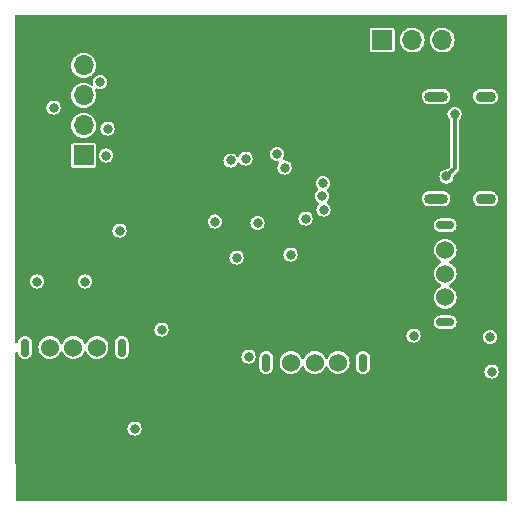
<source format=gbr>
%TF.GenerationSoftware,KiCad,Pcbnew,(6.0.10)*%
%TF.CreationDate,2023-02-27T18:55:57-05:00*%
%TF.ProjectId,ECG_2.0,4543475f-322e-4302-9e6b-696361645f70,rev?*%
%TF.SameCoordinates,Original*%
%TF.FileFunction,Copper,L4,Bot*%
%TF.FilePolarity,Positive*%
%FSLAX46Y46*%
G04 Gerber Fmt 4.6, Leading zero omitted, Abs format (unit mm)*
G04 Created by KiCad (PCBNEW (6.0.10)) date 2023-02-27 18:55:57*
%MOMM*%
%LPD*%
G01*
G04 APERTURE LIST*
%TA.AperFunction,ComponentPad*%
%ADD10R,1.700000X1.700000*%
%TD*%
%TA.AperFunction,ComponentPad*%
%ADD11O,1.700000X1.700000*%
%TD*%
%TA.AperFunction,WasherPad*%
%ADD12O,0.750000X1.550000*%
%TD*%
%TA.AperFunction,ComponentPad*%
%ADD13C,1.524000*%
%TD*%
%TA.AperFunction,WasherPad*%
%ADD14O,1.550000X0.750000*%
%TD*%
%TA.AperFunction,WasherPad*%
%ADD15O,2.000000X0.900000*%
%TD*%
%TA.AperFunction,WasherPad*%
%ADD16O,1.700000X0.900000*%
%TD*%
%TA.AperFunction,ComponentPad*%
%ADD17O,1.700000X0.900000*%
%TD*%
%TA.AperFunction,ViaPad*%
%ADD18C,0.800000*%
%TD*%
%TA.AperFunction,Conductor*%
%ADD19C,0.375000*%
%TD*%
G04 APERTURE END LIST*
D10*
%TO.P,J1,1,Pin_1*%
%TO.N,+LO*%
X219964000Y-86863000D03*
D11*
%TO.P,J1,2,Pin_2*%
%TO.N,-LO*%
X219964000Y-84323000D03*
%TO.P,J1,3,Pin_3*%
%TO.N,Output*%
X219964000Y-81783000D03*
%TO.P,J1,4,Pin_4*%
%TO.N,+3V3*%
X219964000Y-79243000D03*
%TO.P,J1,5,Pin_5*%
%TO.N,GND*%
X219964000Y-76703000D03*
%TD*%
D12*
%TO.P,U7,*%
%TO.N,*%
X235422000Y-104394000D03*
X243622000Y-104394000D03*
D13*
%TO.P,U7,1*%
%TO.N,+4V*%
X237522000Y-104394000D03*
%TO.P,U7,2*%
%TO.N,+BATT*%
X239522000Y-104394000D03*
%TO.P,U7,3*%
%TO.N,unconnected-(U7-Pad3)*%
X241522000Y-104394000D03*
%TD*%
D14*
%TO.P,U5,*%
%TO.N,*%
X250577000Y-100976000D03*
X250577000Y-92776000D03*
D13*
%TO.P,U5,1*%
%TO.N,+5V*%
X250577000Y-98876000D03*
%TO.P,U5,2*%
%TO.N,In_5V*%
X250577000Y-96876000D03*
%TO.P,U5,3*%
%TO.N,unconnected-(U5-Pad3)*%
X250577000Y-94876000D03*
%TD*%
D10*
%TO.P,J2,1,Pin_1*%
%TO.N,+3V3*%
X245247000Y-77089000D03*
D11*
%TO.P,J2,2,Pin_2*%
%TO.N,/TX*%
X247787000Y-77089000D03*
%TO.P,J2,3,Pin_3*%
%TO.N,/RX*%
X250327000Y-77089000D03*
%TO.P,J2,4,Pin_4*%
%TO.N,GND*%
X252867000Y-77089000D03*
%TD*%
D15*
%TO.P,U9,*%
%TO.N,*%
X249825500Y-81880000D03*
X249825500Y-90530000D03*
D16*
X253995500Y-90530000D03*
D17*
%TO.P,U9,17,SHIELD*%
%TO.N,unconnected-(U9-Pad17)*%
X253995500Y-81880000D03*
%TD*%
D12*
%TO.P,U4,*%
%TO.N,*%
X223202000Y-103124000D03*
X215002000Y-103124000D03*
D13*
%TO.P,U4,1*%
%TO.N,+BATT*%
X217102000Y-103124000D03*
%TO.P,U4,2*%
%TO.N,BatO*%
X219102000Y-103124000D03*
%TO.P,U4,3*%
%TO.N,unconnected-(U4-Pad3)*%
X221102000Y-103124000D03*
%TD*%
D18*
%TO.N,+3V3*%
X221363500Y-80642500D03*
X223012000Y-93218000D03*
X220091000Y-97536000D03*
X216027000Y-97536000D03*
X232918000Y-95504000D03*
%TO.N,BTN*%
X231075281Y-92459965D03*
X232410000Y-87288398D03*
%TO.N,+BATT*%
X238760000Y-92202000D03*
X237490000Y-95250000D03*
%TO.N,GND*%
X248158000Y-81026000D03*
X237236000Y-83947000D03*
X244094000Y-106299000D03*
X244221000Y-97282000D03*
X226060000Y-90424000D03*
X225933000Y-75692000D03*
X233680000Y-101600000D03*
X233045000Y-91821000D03*
X218440000Y-89916000D03*
X247634000Y-85852000D03*
X253746000Y-99568000D03*
%TO.N,+5V*%
X240220500Y-89217500D03*
X234696000Y-92583000D03*
X247904000Y-102108000D03*
%TO.N,In_5V*%
X250690000Y-88638000D03*
X251376211Y-83374070D03*
%TO.N,Net-(D1-Pad1)*%
X240157000Y-90297000D03*
X254381000Y-102235000D03*
%TO.N,Net-(D2-Pad1)*%
X254508000Y-105156000D03*
X240279701Y-91444299D03*
%TO.N,+LO*%
X236982000Y-87884000D03*
X221869000Y-86868000D03*
%TO.N,-LO*%
X221996000Y-84582000D03*
X236347000Y-86741000D03*
%TO.N,LED*%
X217424000Y-82804000D03*
X233680000Y-87122000D03*
%TO.N,VSS*%
X233934000Y-103886000D03*
X226568000Y-101600000D03*
X224282000Y-109982000D03*
%TD*%
D19*
%TO.N,In_5V*%
X251376211Y-87951789D02*
X250690000Y-88638000D01*
X251376211Y-83374070D02*
X251376211Y-87951789D01*
%TD*%
%TA.AperFunction,Conductor*%
%TO.N,GND*%
G36*
X255781658Y-74950002D02*
G01*
X255828151Y-75003658D01*
X255839537Y-75055980D01*
X255843287Y-98199284D01*
X255845295Y-110587682D01*
X255846164Y-115951980D01*
X255826173Y-116020104D01*
X255772525Y-116066605D01*
X255720164Y-116078000D01*
X214329534Y-116078000D01*
X214261413Y-116057998D01*
X214214920Y-116004342D01*
X214203534Y-115952233D01*
X214192516Y-109982000D01*
X223676318Y-109982000D01*
X223696956Y-110138762D01*
X223757464Y-110284841D01*
X223853718Y-110410282D01*
X223979159Y-110506536D01*
X224125238Y-110567044D01*
X224282000Y-110587682D01*
X224290188Y-110586604D01*
X224430574Y-110568122D01*
X224438762Y-110567044D01*
X224584841Y-110506536D01*
X224710282Y-110410282D01*
X224806536Y-110284841D01*
X224867044Y-110138762D01*
X224887682Y-109982000D01*
X224867044Y-109825238D01*
X224806536Y-109679159D01*
X224710282Y-109553718D01*
X224584841Y-109457464D01*
X224438762Y-109396956D01*
X224282000Y-109376318D01*
X224125238Y-109396956D01*
X223979159Y-109457464D01*
X223853718Y-109553718D01*
X223757464Y-109679159D01*
X223696956Y-109825238D01*
X223676318Y-109982000D01*
X214192516Y-109982000D01*
X214183012Y-104831720D01*
X234846500Y-104831720D01*
X234861313Y-104944236D01*
X234919302Y-105084233D01*
X235011549Y-105204451D01*
X235131767Y-105296698D01*
X235271764Y-105354687D01*
X235422000Y-105374466D01*
X235430188Y-105373388D01*
X235564048Y-105355765D01*
X235572236Y-105354687D01*
X235712233Y-105296698D01*
X235832451Y-105204451D01*
X235924698Y-105084233D01*
X235982687Y-104944236D01*
X235997500Y-104831720D01*
X235997500Y-104380496D01*
X236554937Y-104380496D01*
X236557460Y-104410536D01*
X236569198Y-104550318D01*
X236570732Y-104568590D01*
X236572431Y-104574515D01*
X236614921Y-104722695D01*
X236622760Y-104750034D01*
X236709040Y-104917917D01*
X236712865Y-104922743D01*
X236712867Y-104922746D01*
X236822456Y-105061014D01*
X236822460Y-105061019D01*
X236826285Y-105065844D01*
X236970030Y-105188180D01*
X236975408Y-105191186D01*
X236975410Y-105191187D01*
X237052415Y-105234223D01*
X237134800Y-105280267D01*
X237314317Y-105338595D01*
X237501745Y-105360945D01*
X237507880Y-105360473D01*
X237507882Y-105360473D01*
X237683803Y-105346937D01*
X237683807Y-105346936D01*
X237689945Y-105346464D01*
X237695877Y-105344808D01*
X237695881Y-105344807D01*
X237865804Y-105297363D01*
X237865808Y-105297362D01*
X237871748Y-105295703D01*
X237951297Y-105255520D01*
X238034728Y-105213377D01*
X238034730Y-105213376D01*
X238040229Y-105210598D01*
X238188970Y-105094388D01*
X238192996Y-105089724D01*
X238192999Y-105089721D01*
X238308278Y-104956169D01*
X238308279Y-104956167D01*
X238312307Y-104951501D01*
X238405542Y-104787378D01*
X238407487Y-104781532D01*
X238407964Y-104780460D01*
X238453944Y-104726365D01*
X238521872Y-104705716D01*
X238590179Y-104725069D01*
X238635136Y-104774115D01*
X238709040Y-104917917D01*
X238712865Y-104922743D01*
X238712867Y-104922746D01*
X238822456Y-105061014D01*
X238822460Y-105061019D01*
X238826285Y-105065844D01*
X238970030Y-105188180D01*
X238975408Y-105191186D01*
X238975410Y-105191187D01*
X239052415Y-105234223D01*
X239134800Y-105280267D01*
X239314317Y-105338595D01*
X239501745Y-105360945D01*
X239507880Y-105360473D01*
X239507882Y-105360473D01*
X239683803Y-105346937D01*
X239683807Y-105346936D01*
X239689945Y-105346464D01*
X239695877Y-105344808D01*
X239695881Y-105344807D01*
X239865804Y-105297363D01*
X239865808Y-105297362D01*
X239871748Y-105295703D01*
X239951297Y-105255520D01*
X240034728Y-105213377D01*
X240034730Y-105213376D01*
X240040229Y-105210598D01*
X240188970Y-105094388D01*
X240192996Y-105089724D01*
X240192999Y-105089721D01*
X240308278Y-104956169D01*
X240308279Y-104956167D01*
X240312307Y-104951501D01*
X240405542Y-104787378D01*
X240407487Y-104781532D01*
X240407964Y-104780460D01*
X240453944Y-104726365D01*
X240521872Y-104705716D01*
X240590179Y-104725069D01*
X240635136Y-104774115D01*
X240709040Y-104917917D01*
X240712865Y-104922743D01*
X240712867Y-104922746D01*
X240822456Y-105061014D01*
X240822460Y-105061019D01*
X240826285Y-105065844D01*
X240970030Y-105188180D01*
X240975408Y-105191186D01*
X240975410Y-105191187D01*
X241052415Y-105234223D01*
X241134800Y-105280267D01*
X241314317Y-105338595D01*
X241501745Y-105360945D01*
X241507880Y-105360473D01*
X241507882Y-105360473D01*
X241683803Y-105346937D01*
X241683807Y-105346936D01*
X241689945Y-105346464D01*
X241695877Y-105344808D01*
X241695881Y-105344807D01*
X241865804Y-105297363D01*
X241865808Y-105297362D01*
X241871748Y-105295703D01*
X241951297Y-105255520D01*
X242034728Y-105213377D01*
X242034730Y-105213376D01*
X242040229Y-105210598D01*
X242188970Y-105094388D01*
X242192996Y-105089724D01*
X242192999Y-105089721D01*
X242308278Y-104956169D01*
X242308279Y-104956167D01*
X242312307Y-104951501D01*
X242380352Y-104831720D01*
X243046500Y-104831720D01*
X243061313Y-104944236D01*
X243119302Y-105084233D01*
X243211549Y-105204451D01*
X243331767Y-105296698D01*
X243471764Y-105354687D01*
X243622000Y-105374466D01*
X243630188Y-105373388D01*
X243764048Y-105355765D01*
X243772236Y-105354687D01*
X243912233Y-105296698D01*
X244032451Y-105204451D01*
X244069629Y-105156000D01*
X253902318Y-105156000D01*
X253922956Y-105312762D01*
X253983464Y-105458841D01*
X254079718Y-105584282D01*
X254205159Y-105680536D01*
X254351238Y-105741044D01*
X254508000Y-105761682D01*
X254516188Y-105760604D01*
X254656574Y-105742122D01*
X254664762Y-105741044D01*
X254810841Y-105680536D01*
X254936282Y-105584282D01*
X255032536Y-105458841D01*
X255093044Y-105312762D01*
X255113682Y-105156000D01*
X255093044Y-104999238D01*
X255032536Y-104853159D01*
X254936282Y-104727718D01*
X254810841Y-104631464D01*
X254664762Y-104570956D01*
X254646791Y-104568590D01*
X254516188Y-104551396D01*
X254508000Y-104550318D01*
X254499812Y-104551396D01*
X254369210Y-104568590D01*
X254351238Y-104570956D01*
X254205159Y-104631464D01*
X254079718Y-104727718D01*
X253983464Y-104853159D01*
X253922956Y-104999238D01*
X253902318Y-105156000D01*
X244069629Y-105156000D01*
X244124698Y-105084233D01*
X244182687Y-104944236D01*
X244197500Y-104831720D01*
X244197500Y-103956280D01*
X244188248Y-103886000D01*
X244183765Y-103851952D01*
X244182687Y-103843764D01*
X244124698Y-103703767D01*
X244032451Y-103583549D01*
X243912233Y-103491302D01*
X243772236Y-103433313D01*
X243622000Y-103413534D01*
X243471764Y-103433313D01*
X243331767Y-103491302D01*
X243211549Y-103583549D01*
X243119302Y-103703767D01*
X243061313Y-103843764D01*
X243060235Y-103851952D01*
X243055753Y-103886000D01*
X243046500Y-103956280D01*
X243046500Y-104831720D01*
X242380352Y-104831720D01*
X242405542Y-104787378D01*
X242465123Y-104608272D01*
X242488780Y-104421005D01*
X242489157Y-104394000D01*
X242470738Y-104206145D01*
X242416181Y-104025445D01*
X242327566Y-103858783D01*
X242208266Y-103712508D01*
X242197700Y-103703767D01*
X242067577Y-103596120D01*
X242067574Y-103596118D01*
X242062827Y-103592191D01*
X241896788Y-103502414D01*
X241716474Y-103446597D01*
X241710356Y-103445954D01*
X241710351Y-103445953D01*
X241534881Y-103427511D01*
X241534879Y-103427511D01*
X241528752Y-103426867D01*
X241423197Y-103436473D01*
X241346914Y-103443415D01*
X241346913Y-103443415D01*
X241340773Y-103443974D01*
X241159697Y-103497268D01*
X241154232Y-103500125D01*
X241028594Y-103565807D01*
X240992420Y-103584718D01*
X240845316Y-103702993D01*
X240723986Y-103847588D01*
X240721016Y-103852991D01*
X240721015Y-103852992D01*
X240679833Y-103927901D01*
X240633052Y-104012996D01*
X240631228Y-104011993D01*
X240592054Y-104059415D01*
X240524423Y-104081016D01*
X240455850Y-104062624D01*
X240410204Y-104014204D01*
X240409029Y-104011993D01*
X240327566Y-103858783D01*
X240208266Y-103712508D01*
X240197700Y-103703767D01*
X240067577Y-103596120D01*
X240067574Y-103596118D01*
X240062827Y-103592191D01*
X239896788Y-103502414D01*
X239716474Y-103446597D01*
X239710356Y-103445954D01*
X239710351Y-103445953D01*
X239534881Y-103427511D01*
X239534879Y-103427511D01*
X239528752Y-103426867D01*
X239423197Y-103436473D01*
X239346914Y-103443415D01*
X239346913Y-103443415D01*
X239340773Y-103443974D01*
X239159697Y-103497268D01*
X239154232Y-103500125D01*
X239028594Y-103565807D01*
X238992420Y-103584718D01*
X238845316Y-103702993D01*
X238723986Y-103847588D01*
X238721016Y-103852991D01*
X238721015Y-103852992D01*
X238679833Y-103927901D01*
X238633052Y-104012996D01*
X238631228Y-104011993D01*
X238592054Y-104059415D01*
X238524423Y-104081016D01*
X238455850Y-104062624D01*
X238410204Y-104014204D01*
X238409029Y-104011993D01*
X238327566Y-103858783D01*
X238208266Y-103712508D01*
X238197700Y-103703767D01*
X238067577Y-103596120D01*
X238067574Y-103596118D01*
X238062827Y-103592191D01*
X237896788Y-103502414D01*
X237716474Y-103446597D01*
X237710356Y-103445954D01*
X237710351Y-103445953D01*
X237534881Y-103427511D01*
X237534879Y-103427511D01*
X237528752Y-103426867D01*
X237423197Y-103436473D01*
X237346914Y-103443415D01*
X237346913Y-103443415D01*
X237340773Y-103443974D01*
X237159697Y-103497268D01*
X237154232Y-103500125D01*
X237028594Y-103565807D01*
X236992420Y-103584718D01*
X236845316Y-103702993D01*
X236723986Y-103847588D01*
X236721016Y-103852991D01*
X236721015Y-103852992D01*
X236674939Y-103936804D01*
X236633052Y-104012996D01*
X236575978Y-104192917D01*
X236575292Y-104199036D01*
X236575291Y-104199039D01*
X236562364Y-104314282D01*
X236554937Y-104380496D01*
X235997500Y-104380496D01*
X235997500Y-103956280D01*
X235988248Y-103886000D01*
X235983765Y-103851952D01*
X235982687Y-103843764D01*
X235924698Y-103703767D01*
X235832451Y-103583549D01*
X235712233Y-103491302D01*
X235572236Y-103433313D01*
X235422000Y-103413534D01*
X235271764Y-103433313D01*
X235131767Y-103491302D01*
X235011549Y-103583549D01*
X234919302Y-103703767D01*
X234861313Y-103843764D01*
X234860235Y-103851952D01*
X234855753Y-103886000D01*
X234846500Y-103956280D01*
X234846500Y-104831720D01*
X214183012Y-104831720D01*
X214180772Y-103617851D01*
X214200649Y-103549693D01*
X214254218Y-103503101D01*
X214324473Y-103492868D01*
X214389109Y-103522241D01*
X214427602Y-103581897D01*
X214431694Y-103601171D01*
X214441313Y-103674236D01*
X214499302Y-103814233D01*
X214591549Y-103934451D01*
X214711767Y-104026698D01*
X214851764Y-104084687D01*
X215002000Y-104104466D01*
X215010188Y-104103388D01*
X215144048Y-104085765D01*
X215152236Y-104084687D01*
X215292233Y-104026698D01*
X215412451Y-103934451D01*
X215504698Y-103814233D01*
X215562687Y-103674236D01*
X215577500Y-103561720D01*
X215577500Y-103110496D01*
X216134937Y-103110496D01*
X216135453Y-103116639D01*
X216149198Y-103280318D01*
X216150732Y-103298590D01*
X216152431Y-103304515D01*
X216194921Y-103452695D01*
X216202760Y-103480034D01*
X216289040Y-103647917D01*
X216292865Y-103652743D01*
X216292867Y-103652746D01*
X216402456Y-103791014D01*
X216402460Y-103791019D01*
X216406285Y-103795844D01*
X216550030Y-103918180D01*
X216555408Y-103921186D01*
X216555410Y-103921187D01*
X216610889Y-103952193D01*
X216714800Y-104010267D01*
X216894317Y-104068595D01*
X217081745Y-104090945D01*
X217087880Y-104090473D01*
X217087882Y-104090473D01*
X217263803Y-104076937D01*
X217263807Y-104076936D01*
X217269945Y-104076464D01*
X217275877Y-104074808D01*
X217275881Y-104074807D01*
X217445804Y-104027363D01*
X217445808Y-104027362D01*
X217451748Y-104025703D01*
X217531297Y-103985520D01*
X217614728Y-103943377D01*
X217614730Y-103943376D01*
X217620229Y-103940598D01*
X217768970Y-103824388D01*
X217772996Y-103819724D01*
X217772999Y-103819721D01*
X217888278Y-103686169D01*
X217888279Y-103686167D01*
X217892307Y-103681501D01*
X217985542Y-103517378D01*
X217987487Y-103511532D01*
X217987964Y-103510460D01*
X218033944Y-103456365D01*
X218101872Y-103435716D01*
X218170179Y-103455069D01*
X218215136Y-103504115D01*
X218289040Y-103647917D01*
X218292865Y-103652743D01*
X218292867Y-103652746D01*
X218402456Y-103791014D01*
X218402460Y-103791019D01*
X218406285Y-103795844D01*
X218550030Y-103918180D01*
X218555408Y-103921186D01*
X218555410Y-103921187D01*
X218610889Y-103952193D01*
X218714800Y-104010267D01*
X218894317Y-104068595D01*
X219081745Y-104090945D01*
X219087880Y-104090473D01*
X219087882Y-104090473D01*
X219263803Y-104076937D01*
X219263807Y-104076936D01*
X219269945Y-104076464D01*
X219275877Y-104074808D01*
X219275881Y-104074807D01*
X219445804Y-104027363D01*
X219445808Y-104027362D01*
X219451748Y-104025703D01*
X219531297Y-103985520D01*
X219614728Y-103943377D01*
X219614730Y-103943376D01*
X219620229Y-103940598D01*
X219768970Y-103824388D01*
X219772996Y-103819724D01*
X219772999Y-103819721D01*
X219888278Y-103686169D01*
X219888279Y-103686167D01*
X219892307Y-103681501D01*
X219985542Y-103517378D01*
X219987487Y-103511532D01*
X219987964Y-103510460D01*
X220033944Y-103456365D01*
X220101872Y-103435716D01*
X220170179Y-103455069D01*
X220215136Y-103504115D01*
X220289040Y-103647917D01*
X220292865Y-103652743D01*
X220292867Y-103652746D01*
X220402456Y-103791014D01*
X220402460Y-103791019D01*
X220406285Y-103795844D01*
X220550030Y-103918180D01*
X220555408Y-103921186D01*
X220555410Y-103921187D01*
X220610889Y-103952193D01*
X220714800Y-104010267D01*
X220894317Y-104068595D01*
X221081745Y-104090945D01*
X221087880Y-104090473D01*
X221087882Y-104090473D01*
X221263803Y-104076937D01*
X221263807Y-104076936D01*
X221269945Y-104076464D01*
X221275877Y-104074808D01*
X221275881Y-104074807D01*
X221445804Y-104027363D01*
X221445808Y-104027362D01*
X221451748Y-104025703D01*
X221531297Y-103985520D01*
X221614728Y-103943377D01*
X221614730Y-103943376D01*
X221620229Y-103940598D01*
X221768970Y-103824388D01*
X221772996Y-103819724D01*
X221772999Y-103819721D01*
X221888278Y-103686169D01*
X221888279Y-103686167D01*
X221892307Y-103681501D01*
X221960352Y-103561720D01*
X222626500Y-103561720D01*
X222641313Y-103674236D01*
X222699302Y-103814233D01*
X222791549Y-103934451D01*
X222911767Y-104026698D01*
X223051764Y-104084687D01*
X223202000Y-104104466D01*
X223210188Y-104103388D01*
X223344048Y-104085765D01*
X223352236Y-104084687D01*
X223492233Y-104026698D01*
X223612451Y-103934451D01*
X223649629Y-103886000D01*
X233328318Y-103886000D01*
X233348956Y-104042762D01*
X233409464Y-104188841D01*
X233505718Y-104314282D01*
X233631159Y-104410536D01*
X233777238Y-104471044D01*
X233934000Y-104491682D01*
X233942188Y-104490604D01*
X234082574Y-104472122D01*
X234090762Y-104471044D01*
X234236841Y-104410536D01*
X234362282Y-104314282D01*
X234458536Y-104188841D01*
X234519044Y-104042762D01*
X234539682Y-103886000D01*
X234519044Y-103729238D01*
X234514093Y-103717284D01*
X234487360Y-103652746D01*
X234458536Y-103583159D01*
X234362282Y-103457718D01*
X234236841Y-103361464D01*
X234090762Y-103300956D01*
X234072791Y-103298590D01*
X233942188Y-103281396D01*
X233934000Y-103280318D01*
X233925812Y-103281396D01*
X233795210Y-103298590D01*
X233777238Y-103300956D01*
X233631159Y-103361464D01*
X233505718Y-103457718D01*
X233409464Y-103583159D01*
X233380640Y-103652746D01*
X233353908Y-103717284D01*
X233348956Y-103729238D01*
X233328318Y-103886000D01*
X223649629Y-103886000D01*
X223704698Y-103814233D01*
X223762687Y-103674236D01*
X223777500Y-103561720D01*
X223777500Y-102686280D01*
X223773611Y-102656736D01*
X223763765Y-102581952D01*
X223762687Y-102573764D01*
X223704698Y-102433767D01*
X223612451Y-102313549D01*
X223492233Y-102221302D01*
X223352236Y-102163313D01*
X223202000Y-102143534D01*
X223051764Y-102163313D01*
X222911767Y-102221302D01*
X222791549Y-102313549D01*
X222699302Y-102433767D01*
X222641313Y-102573764D01*
X222640235Y-102581952D01*
X222630390Y-102656736D01*
X222626500Y-102686280D01*
X222626500Y-103561720D01*
X221960352Y-103561720D01*
X221985542Y-103517378D01*
X222045123Y-103338272D01*
X222068780Y-103151005D01*
X222069157Y-103124000D01*
X222050738Y-102936145D01*
X221996181Y-102755445D01*
X221907566Y-102588783D01*
X221788266Y-102442508D01*
X221777700Y-102433767D01*
X221647577Y-102326120D01*
X221647574Y-102326118D01*
X221642827Y-102322191D01*
X221476788Y-102232414D01*
X221296474Y-102176597D01*
X221290356Y-102175954D01*
X221290351Y-102175953D01*
X221114881Y-102157511D01*
X221114879Y-102157511D01*
X221108752Y-102156867D01*
X221003197Y-102166473D01*
X220926914Y-102173415D01*
X220926913Y-102173415D01*
X220920773Y-102173974D01*
X220739697Y-102227268D01*
X220734232Y-102230125D01*
X220683640Y-102256574D01*
X220572420Y-102314718D01*
X220425316Y-102432993D01*
X220303986Y-102577588D01*
X220213052Y-102742996D01*
X220211228Y-102741993D01*
X220172054Y-102789415D01*
X220104423Y-102811016D01*
X220035850Y-102792624D01*
X219990204Y-102744204D01*
X219989029Y-102741993D01*
X219907566Y-102588783D01*
X219788266Y-102442508D01*
X219777700Y-102433767D01*
X219647577Y-102326120D01*
X219647574Y-102326118D01*
X219642827Y-102322191D01*
X219476788Y-102232414D01*
X219296474Y-102176597D01*
X219290356Y-102175954D01*
X219290351Y-102175953D01*
X219114881Y-102157511D01*
X219114879Y-102157511D01*
X219108752Y-102156867D01*
X219003197Y-102166473D01*
X218926914Y-102173415D01*
X218926913Y-102173415D01*
X218920773Y-102173974D01*
X218739697Y-102227268D01*
X218734232Y-102230125D01*
X218683640Y-102256574D01*
X218572420Y-102314718D01*
X218425316Y-102432993D01*
X218303986Y-102577588D01*
X218213052Y-102742996D01*
X218211228Y-102741993D01*
X218172054Y-102789415D01*
X218104423Y-102811016D01*
X218035850Y-102792624D01*
X217990204Y-102744204D01*
X217989029Y-102741993D01*
X217907566Y-102588783D01*
X217788266Y-102442508D01*
X217777700Y-102433767D01*
X217647577Y-102326120D01*
X217647574Y-102326118D01*
X217642827Y-102322191D01*
X217476788Y-102232414D01*
X217296474Y-102176597D01*
X217290356Y-102175954D01*
X217290351Y-102175953D01*
X217114881Y-102157511D01*
X217114879Y-102157511D01*
X217108752Y-102156867D01*
X217003197Y-102166473D01*
X216926914Y-102173415D01*
X216926913Y-102173415D01*
X216920773Y-102173974D01*
X216739697Y-102227268D01*
X216734232Y-102230125D01*
X216683640Y-102256574D01*
X216572420Y-102314718D01*
X216425316Y-102432993D01*
X216303986Y-102577588D01*
X216301016Y-102582991D01*
X216301015Y-102582992D01*
X216222723Y-102725404D01*
X216213052Y-102742996D01*
X216155978Y-102922917D01*
X216134937Y-103110496D01*
X215577500Y-103110496D01*
X215577500Y-102686280D01*
X215573611Y-102656736D01*
X215563765Y-102581952D01*
X215562687Y-102573764D01*
X215504698Y-102433767D01*
X215412451Y-102313549D01*
X215292233Y-102221302D01*
X215152236Y-102163313D01*
X215002000Y-102143534D01*
X214851764Y-102163313D01*
X214711767Y-102221302D01*
X214591549Y-102313549D01*
X214499302Y-102433767D01*
X214441313Y-102573764D01*
X214440235Y-102581952D01*
X214429897Y-102660477D01*
X214401174Y-102725404D01*
X214341909Y-102764495D01*
X214270918Y-102765340D01*
X214210739Y-102727670D01*
X214180480Y-102663444D01*
X214178975Y-102644263D01*
X214178959Y-102635696D01*
X214177048Y-101600000D01*
X225962318Y-101600000D01*
X225982956Y-101756762D01*
X226043464Y-101902841D01*
X226139718Y-102028282D01*
X226265159Y-102124536D01*
X226411238Y-102185044D01*
X226568000Y-102205682D01*
X226576188Y-102204604D01*
X226716574Y-102186122D01*
X226724762Y-102185044D01*
X226870841Y-102124536D01*
X226892391Y-102108000D01*
X247298318Y-102108000D01*
X247299396Y-102116188D01*
X247313791Y-102225526D01*
X247318956Y-102264762D01*
X247379464Y-102410841D01*
X247475718Y-102536282D01*
X247601159Y-102632536D01*
X247747238Y-102693044D01*
X247904000Y-102713682D01*
X247912188Y-102712604D01*
X248052574Y-102694122D01*
X248060762Y-102693044D01*
X248206841Y-102632536D01*
X248332282Y-102536282D01*
X248428536Y-102410841D01*
X248489044Y-102264762D01*
X248492963Y-102235000D01*
X253775318Y-102235000D01*
X253795956Y-102391762D01*
X253856464Y-102537841D01*
X253952718Y-102663282D01*
X254078159Y-102759536D01*
X254224238Y-102820044D01*
X254381000Y-102840682D01*
X254389188Y-102839604D01*
X254529574Y-102821122D01*
X254537762Y-102820044D01*
X254683841Y-102759536D01*
X254809282Y-102663282D01*
X254905536Y-102537841D01*
X254966044Y-102391762D01*
X254986682Y-102235000D01*
X254966044Y-102078238D01*
X254905536Y-101932159D01*
X254809282Y-101806718D01*
X254683841Y-101710464D01*
X254537762Y-101649956D01*
X254381000Y-101629318D01*
X254224238Y-101649956D01*
X254078159Y-101710464D01*
X253952718Y-101806718D01*
X253856464Y-101932159D01*
X253795956Y-102078238D01*
X253775318Y-102235000D01*
X248492963Y-102235000D01*
X248494210Y-102225526D01*
X248508604Y-102116188D01*
X248509682Y-102108000D01*
X248489044Y-101951238D01*
X248428536Y-101805159D01*
X248332282Y-101679718D01*
X248206841Y-101583464D01*
X248060762Y-101522956D01*
X247904000Y-101502318D01*
X247747238Y-101522956D01*
X247601159Y-101583464D01*
X247475718Y-101679718D01*
X247379464Y-101805159D01*
X247318956Y-101951238D01*
X247298318Y-102108000D01*
X226892391Y-102108000D01*
X226996282Y-102028282D01*
X227092536Y-101902841D01*
X227153044Y-101756762D01*
X227173682Y-101600000D01*
X227153044Y-101443238D01*
X227092536Y-101297159D01*
X226996282Y-101171718D01*
X226870841Y-101075464D01*
X226724762Y-101014956D01*
X226568000Y-100994318D01*
X226411238Y-101014956D01*
X226265159Y-101075464D01*
X226139718Y-101171718D01*
X226043464Y-101297159D01*
X225982956Y-101443238D01*
X225962318Y-101600000D01*
X214177048Y-101600000D01*
X214175896Y-100976000D01*
X249596534Y-100976000D01*
X249616313Y-101126236D01*
X249674302Y-101266233D01*
X249766549Y-101386451D01*
X249886767Y-101478698D01*
X250026764Y-101536687D01*
X250139280Y-101551500D01*
X251014720Y-101551500D01*
X251127236Y-101536687D01*
X251267233Y-101478698D01*
X251387451Y-101386451D01*
X251479698Y-101266233D01*
X251537687Y-101126236D01*
X251557466Y-100976000D01*
X251537687Y-100825764D01*
X251479698Y-100685767D01*
X251387451Y-100565549D01*
X251267233Y-100473302D01*
X251127236Y-100415313D01*
X251014720Y-100400500D01*
X250139280Y-100400500D01*
X250026764Y-100415313D01*
X249886767Y-100473302D01*
X249766549Y-100565549D01*
X249674302Y-100685767D01*
X249616313Y-100825764D01*
X249596534Y-100976000D01*
X214175896Y-100976000D01*
X214171996Y-98862496D01*
X249609937Y-98862496D01*
X249625732Y-99050590D01*
X249677760Y-99232034D01*
X249764040Y-99399917D01*
X249767865Y-99404743D01*
X249767867Y-99404746D01*
X249877456Y-99543014D01*
X249877460Y-99543019D01*
X249881285Y-99547844D01*
X250025030Y-99670180D01*
X250030408Y-99673186D01*
X250030410Y-99673187D01*
X250107415Y-99716223D01*
X250189800Y-99762267D01*
X250369317Y-99820595D01*
X250556745Y-99842945D01*
X250562880Y-99842473D01*
X250562882Y-99842473D01*
X250738803Y-99828937D01*
X250738807Y-99828936D01*
X250744945Y-99828464D01*
X250750877Y-99826808D01*
X250750881Y-99826807D01*
X250920804Y-99779363D01*
X250920808Y-99779362D01*
X250926748Y-99777703D01*
X251006297Y-99737520D01*
X251089728Y-99695377D01*
X251089730Y-99695376D01*
X251095229Y-99692598D01*
X251243970Y-99576388D01*
X251247996Y-99571724D01*
X251247999Y-99571721D01*
X251363278Y-99438169D01*
X251363279Y-99438167D01*
X251367307Y-99433501D01*
X251460542Y-99269378D01*
X251520123Y-99090272D01*
X251543780Y-98903005D01*
X251544157Y-98876000D01*
X251525738Y-98688145D01*
X251471181Y-98507445D01*
X251382566Y-98340783D01*
X251263266Y-98194508D01*
X251257475Y-98189717D01*
X251122577Y-98078120D01*
X251122574Y-98078118D01*
X251117827Y-98074191D01*
X251112407Y-98071261D01*
X251112402Y-98071257D01*
X250954052Y-97985638D01*
X250903643Y-97935643D01*
X250888265Y-97866332D01*
X250912801Y-97799710D01*
X250957170Y-97762336D01*
X251089728Y-97695377D01*
X251089730Y-97695376D01*
X251095229Y-97692598D01*
X251243970Y-97576388D01*
X251247996Y-97571724D01*
X251247999Y-97571721D01*
X251363278Y-97438169D01*
X251363279Y-97438167D01*
X251367307Y-97433501D01*
X251460542Y-97269378D01*
X251520123Y-97090272D01*
X251543780Y-96903005D01*
X251544157Y-96876000D01*
X251525738Y-96688145D01*
X251471181Y-96507445D01*
X251382566Y-96340783D01*
X251263266Y-96194508D01*
X251257475Y-96189717D01*
X251122577Y-96078120D01*
X251122574Y-96078118D01*
X251117827Y-96074191D01*
X251112407Y-96071261D01*
X251112402Y-96071257D01*
X250954052Y-95985638D01*
X250903643Y-95935643D01*
X250888265Y-95866332D01*
X250912801Y-95799710D01*
X250957170Y-95762336D01*
X251089728Y-95695377D01*
X251089730Y-95695376D01*
X251095229Y-95692598D01*
X251243970Y-95576388D01*
X251247996Y-95571724D01*
X251247999Y-95571721D01*
X251363278Y-95438169D01*
X251363279Y-95438167D01*
X251367307Y-95433501D01*
X251460542Y-95269378D01*
X251520123Y-95090272D01*
X251543780Y-94903005D01*
X251544157Y-94876000D01*
X251525738Y-94688145D01*
X251471181Y-94507445D01*
X251382566Y-94340783D01*
X251263266Y-94194508D01*
X251257475Y-94189717D01*
X251122577Y-94078120D01*
X251122574Y-94078118D01*
X251117827Y-94074191D01*
X250951788Y-93984414D01*
X250771474Y-93928597D01*
X250765356Y-93927954D01*
X250765351Y-93927953D01*
X250589881Y-93909511D01*
X250589879Y-93909511D01*
X250583752Y-93908867D01*
X250468125Y-93919390D01*
X250401914Y-93925415D01*
X250401913Y-93925415D01*
X250395773Y-93925974D01*
X250214697Y-93979268D01*
X250047420Y-94066718D01*
X249900316Y-94184993D01*
X249778986Y-94329588D01*
X249688052Y-94494996D01*
X249630978Y-94674917D01*
X249630292Y-94681036D01*
X249630291Y-94681039D01*
X249614511Y-94821718D01*
X249609937Y-94862496D01*
X249625732Y-95050590D01*
X249627431Y-95056515D01*
X249671095Y-95208789D01*
X249677760Y-95232034D01*
X249764040Y-95399917D01*
X249767865Y-95404743D01*
X249767867Y-95404746D01*
X249877456Y-95543014D01*
X249877460Y-95543019D01*
X249881285Y-95547844D01*
X250025030Y-95670180D01*
X250030408Y-95673186D01*
X250030410Y-95673187D01*
X250070115Y-95695377D01*
X250189800Y-95762267D01*
X250190596Y-95762526D01*
X250243597Y-95806946D01*
X250264717Y-95874728D01*
X250245838Y-95943169D01*
X250197110Y-95988462D01*
X250047420Y-96066718D01*
X249900316Y-96184993D01*
X249778986Y-96329588D01*
X249688052Y-96494996D01*
X249630978Y-96674917D01*
X249609937Y-96862496D01*
X249610453Y-96868639D01*
X249622869Y-97016491D01*
X249625732Y-97050590D01*
X249677760Y-97232034D01*
X249693944Y-97263525D01*
X249757621Y-97387426D01*
X249764040Y-97399917D01*
X249767865Y-97404743D01*
X249767867Y-97404746D01*
X249877456Y-97543014D01*
X249877460Y-97543019D01*
X249881285Y-97547844D01*
X250025030Y-97670180D01*
X250030408Y-97673186D01*
X250030410Y-97673187D01*
X250070115Y-97695377D01*
X250189800Y-97762267D01*
X250190596Y-97762526D01*
X250243597Y-97806946D01*
X250264717Y-97874728D01*
X250245838Y-97943169D01*
X250197109Y-97988463D01*
X250053201Y-98063696D01*
X250047420Y-98066718D01*
X249900316Y-98184993D01*
X249778986Y-98329588D01*
X249688052Y-98494996D01*
X249630978Y-98674917D01*
X249609937Y-98862496D01*
X214171996Y-98862496D01*
X214169548Y-97536000D01*
X215421318Y-97536000D01*
X215441956Y-97692762D01*
X215502464Y-97838841D01*
X215598718Y-97964282D01*
X215724159Y-98060536D01*
X215870238Y-98121044D01*
X216027000Y-98141682D01*
X216035188Y-98140604D01*
X216175574Y-98122122D01*
X216183762Y-98121044D01*
X216329841Y-98060536D01*
X216455282Y-97964282D01*
X216551536Y-97838841D01*
X216612044Y-97692762D01*
X216632682Y-97536000D01*
X219485318Y-97536000D01*
X219505956Y-97692762D01*
X219566464Y-97838841D01*
X219662718Y-97964282D01*
X219788159Y-98060536D01*
X219934238Y-98121044D01*
X220091000Y-98141682D01*
X220099188Y-98140604D01*
X220239574Y-98122122D01*
X220247762Y-98121044D01*
X220393841Y-98060536D01*
X220519282Y-97964282D01*
X220615536Y-97838841D01*
X220676044Y-97692762D01*
X220696682Y-97536000D01*
X220676044Y-97379238D01*
X220615536Y-97233159D01*
X220519282Y-97107718D01*
X220393841Y-97011464D01*
X220247762Y-96950956D01*
X220091000Y-96930318D01*
X219934238Y-96950956D01*
X219788159Y-97011464D01*
X219662718Y-97107718D01*
X219566464Y-97233159D01*
X219505956Y-97379238D01*
X219485318Y-97536000D01*
X216632682Y-97536000D01*
X216612044Y-97379238D01*
X216551536Y-97233159D01*
X216455282Y-97107718D01*
X216329841Y-97011464D01*
X216183762Y-96950956D01*
X216027000Y-96930318D01*
X215870238Y-96950956D01*
X215724159Y-97011464D01*
X215598718Y-97107718D01*
X215502464Y-97233159D01*
X215441956Y-97379238D01*
X215421318Y-97536000D01*
X214169548Y-97536000D01*
X214165798Y-95504000D01*
X232312318Y-95504000D01*
X232332956Y-95660762D01*
X232393464Y-95806841D01*
X232489718Y-95932282D01*
X232615159Y-96028536D01*
X232761238Y-96089044D01*
X232918000Y-96109682D01*
X232926188Y-96108604D01*
X233066574Y-96090122D01*
X233074762Y-96089044D01*
X233220841Y-96028536D01*
X233346282Y-95932282D01*
X233442536Y-95806841D01*
X233503044Y-95660762D01*
X233523682Y-95504000D01*
X233503044Y-95347238D01*
X233462767Y-95250000D01*
X236884318Y-95250000D01*
X236885396Y-95258188D01*
X236903334Y-95394438D01*
X236904956Y-95406762D01*
X236965464Y-95552841D01*
X237061718Y-95678282D01*
X237068264Y-95683305D01*
X237080375Y-95692598D01*
X237187159Y-95774536D01*
X237265150Y-95806841D01*
X237317353Y-95828464D01*
X237333238Y-95835044D01*
X237490000Y-95855682D01*
X237498188Y-95854604D01*
X237638574Y-95836122D01*
X237646762Y-95835044D01*
X237662648Y-95828464D01*
X237714850Y-95806841D01*
X237792841Y-95774536D01*
X237899625Y-95692598D01*
X237911736Y-95683305D01*
X237918282Y-95678282D01*
X238014536Y-95552841D01*
X238075044Y-95406762D01*
X238076667Y-95394438D01*
X238094604Y-95258188D01*
X238095682Y-95250000D01*
X238075044Y-95093238D01*
X238014536Y-94947159D01*
X237918282Y-94821718D01*
X237792841Y-94725464D01*
X237665053Y-94672532D01*
X237654391Y-94668116D01*
X237646762Y-94664956D01*
X237490000Y-94644318D01*
X237333238Y-94664956D01*
X237325609Y-94668116D01*
X237314947Y-94672532D01*
X237187159Y-94725464D01*
X237061718Y-94821718D01*
X236965464Y-94947159D01*
X236904956Y-95093238D01*
X236884318Y-95250000D01*
X233462767Y-95250000D01*
X233442536Y-95201159D01*
X233346282Y-95075718D01*
X233220841Y-94979464D01*
X233074762Y-94918956D01*
X232918000Y-94898318D01*
X232761238Y-94918956D01*
X232615159Y-94979464D01*
X232489718Y-95075718D01*
X232393464Y-95201159D01*
X232332956Y-95347238D01*
X232312318Y-95504000D01*
X214165798Y-95504000D01*
X214161580Y-93218000D01*
X222406318Y-93218000D01*
X222407396Y-93226188D01*
X222423894Y-93351500D01*
X222426956Y-93374762D01*
X222487464Y-93520841D01*
X222583718Y-93646282D01*
X222709159Y-93742536D01*
X222855238Y-93803044D01*
X223012000Y-93823682D01*
X223020188Y-93822604D01*
X223160574Y-93804122D01*
X223168762Y-93803044D01*
X223314841Y-93742536D01*
X223440282Y-93646282D01*
X223536536Y-93520841D01*
X223597044Y-93374762D01*
X223600107Y-93351500D01*
X223616604Y-93226188D01*
X223617682Y-93218000D01*
X223597044Y-93061238D01*
X223536536Y-92915159D01*
X223440282Y-92789718D01*
X223314841Y-92693464D01*
X223168762Y-92632956D01*
X223012000Y-92612318D01*
X222855238Y-92632956D01*
X222709159Y-92693464D01*
X222583718Y-92789718D01*
X222487464Y-92915159D01*
X222426956Y-93061238D01*
X222406318Y-93218000D01*
X214161580Y-93218000D01*
X214160181Y-92459965D01*
X230469599Y-92459965D01*
X230490237Y-92616727D01*
X230550745Y-92762806D01*
X230646999Y-92888247D01*
X230772440Y-92984501D01*
X230918519Y-93045009D01*
X231075281Y-93065647D01*
X231083469Y-93064569D01*
X231223855Y-93046087D01*
X231232043Y-93045009D01*
X231378122Y-92984501D01*
X231503563Y-92888247D01*
X231599817Y-92762806D01*
X231660325Y-92616727D01*
X231664765Y-92583000D01*
X234090318Y-92583000D01*
X234110956Y-92739762D01*
X234171464Y-92885841D01*
X234267718Y-93011282D01*
X234393159Y-93107536D01*
X234539238Y-93168044D01*
X234696000Y-93188682D01*
X234704188Y-93187604D01*
X234844574Y-93169122D01*
X234852762Y-93168044D01*
X234998841Y-93107536D01*
X235124282Y-93011282D01*
X235220536Y-92885841D01*
X235281044Y-92739762D01*
X235301682Y-92583000D01*
X235281044Y-92426238D01*
X235220536Y-92280159D01*
X235160563Y-92202000D01*
X238154318Y-92202000D01*
X238174956Y-92358762D01*
X238235464Y-92504841D01*
X238331718Y-92630282D01*
X238457159Y-92726536D01*
X238603238Y-92787044D01*
X238760000Y-92807682D01*
X238768188Y-92806604D01*
X238908574Y-92788122D01*
X238916762Y-92787044D01*
X238943425Y-92776000D01*
X249596534Y-92776000D01*
X249616313Y-92926236D01*
X249674302Y-93066233D01*
X249766549Y-93186451D01*
X249886767Y-93278698D01*
X250026764Y-93336687D01*
X250139280Y-93351500D01*
X251014720Y-93351500D01*
X251127236Y-93336687D01*
X251267233Y-93278698D01*
X251387451Y-93186451D01*
X251479698Y-93066233D01*
X251537687Y-92926236D01*
X251557466Y-92776000D01*
X251537687Y-92625764D01*
X251479698Y-92485767D01*
X251387451Y-92365549D01*
X251267233Y-92273302D01*
X251127236Y-92215313D01*
X251014720Y-92200500D01*
X250139280Y-92200500D01*
X250026764Y-92215313D01*
X249886767Y-92273302D01*
X249766549Y-92365549D01*
X249674302Y-92485767D01*
X249616313Y-92625764D01*
X249596534Y-92776000D01*
X238943425Y-92776000D01*
X239062841Y-92726536D01*
X239188282Y-92630282D01*
X239284536Y-92504841D01*
X239345044Y-92358762D01*
X239365682Y-92202000D01*
X239345044Y-92045238D01*
X239284536Y-91899159D01*
X239188282Y-91773718D01*
X239062841Y-91677464D01*
X238916762Y-91616956D01*
X238760000Y-91596318D01*
X238603238Y-91616956D01*
X238457159Y-91677464D01*
X238331718Y-91773718D01*
X238235464Y-91899159D01*
X238174956Y-92045238D01*
X238154318Y-92202000D01*
X235160563Y-92202000D01*
X235124282Y-92154718D01*
X234998841Y-92058464D01*
X234852762Y-91997956D01*
X234696000Y-91977318D01*
X234539238Y-91997956D01*
X234393159Y-92058464D01*
X234267718Y-92154718D01*
X234171464Y-92280159D01*
X234110956Y-92426238D01*
X234090318Y-92583000D01*
X231664765Y-92583000D01*
X231680963Y-92459965D01*
X231660325Y-92303203D01*
X231599817Y-92157124D01*
X231503563Y-92031683D01*
X231378122Y-91935429D01*
X231232043Y-91874921D01*
X231075281Y-91854283D01*
X230918519Y-91874921D01*
X230772440Y-91935429D01*
X230646999Y-92031683D01*
X230550745Y-92157124D01*
X230490237Y-92303203D01*
X230469599Y-92459965D01*
X214160181Y-92459965D01*
X214156189Y-90297000D01*
X239551318Y-90297000D01*
X239571956Y-90453762D01*
X239632464Y-90599841D01*
X239728718Y-90725282D01*
X239849529Y-90817983D01*
X239891395Y-90875320D01*
X239895617Y-90946191D01*
X239861919Y-91007040D01*
X239857965Y-91010994D01*
X239851419Y-91016017D01*
X239755165Y-91141458D01*
X239694657Y-91287537D01*
X239674019Y-91444299D01*
X239694657Y-91601061D01*
X239755165Y-91747140D01*
X239851419Y-91872581D01*
X239976860Y-91968835D01*
X240122939Y-92029343D01*
X240279701Y-92049981D01*
X240287889Y-92048903D01*
X240428275Y-92030421D01*
X240436463Y-92029343D01*
X240582542Y-91968835D01*
X240707983Y-91872581D01*
X240804237Y-91747140D01*
X240864745Y-91601061D01*
X240885383Y-91444299D01*
X240864745Y-91287537D01*
X240804237Y-91141458D01*
X240707983Y-91016017D01*
X240587172Y-90923316D01*
X240545306Y-90865979D01*
X240541084Y-90795108D01*
X240574782Y-90734259D01*
X240578737Y-90730304D01*
X240585282Y-90725282D01*
X240681536Y-90599841D01*
X240727518Y-90488830D01*
X248621124Y-90488830D01*
X248631444Y-90652860D01*
X248682232Y-90809171D01*
X248770298Y-90947940D01*
X248776077Y-90953367D01*
X248776078Y-90953368D01*
X248867112Y-91038854D01*
X248890107Y-91060448D01*
X248897051Y-91064265D01*
X248897053Y-91064267D01*
X248961886Y-91099909D01*
X249034132Y-91139627D01*
X249041804Y-91141597D01*
X249041807Y-91141598D01*
X249185645Y-91178529D01*
X249185648Y-91178529D01*
X249193323Y-91180500D01*
X250416425Y-91180500D01*
X250474190Y-91173203D01*
X250530693Y-91166065D01*
X250530696Y-91166064D01*
X250538558Y-91165071D01*
X250545925Y-91162154D01*
X250545926Y-91162154D01*
X250597844Y-91141598D01*
X250691371Y-91104568D01*
X250824337Y-91007963D01*
X250929100Y-90881326D01*
X250999079Y-90732613D01*
X251000564Y-90724830D01*
X251000565Y-90724826D01*
X251028391Y-90578956D01*
X251028391Y-90578954D01*
X251029876Y-90571170D01*
X251024696Y-90488830D01*
X252941124Y-90488830D01*
X252951444Y-90652860D01*
X253002232Y-90809171D01*
X253090298Y-90947940D01*
X253096077Y-90953367D01*
X253096078Y-90953368D01*
X253187112Y-91038854D01*
X253210107Y-91060448D01*
X253217051Y-91064265D01*
X253217053Y-91064267D01*
X253281886Y-91099909D01*
X253354132Y-91139627D01*
X253361804Y-91141597D01*
X253361807Y-91141598D01*
X253505645Y-91178529D01*
X253505648Y-91178529D01*
X253513323Y-91180500D01*
X254436425Y-91180500D01*
X254494190Y-91173203D01*
X254550693Y-91166065D01*
X254550696Y-91166064D01*
X254558558Y-91165071D01*
X254565925Y-91162154D01*
X254565926Y-91162154D01*
X254617844Y-91141598D01*
X254711371Y-91104568D01*
X254844337Y-91007963D01*
X254949100Y-90881326D01*
X255019079Y-90732613D01*
X255020564Y-90724830D01*
X255020565Y-90724826D01*
X255048391Y-90578956D01*
X255048391Y-90578954D01*
X255049876Y-90571170D01*
X255039556Y-90407140D01*
X254988768Y-90250829D01*
X254900702Y-90112060D01*
X254780893Y-89999552D01*
X254773949Y-89995735D01*
X254773947Y-89995733D01*
X254695334Y-89952515D01*
X254636868Y-89920373D01*
X254629196Y-89918403D01*
X254629193Y-89918402D01*
X254485355Y-89881471D01*
X254485352Y-89881471D01*
X254477677Y-89879500D01*
X253554575Y-89879500D01*
X253496810Y-89886797D01*
X253440307Y-89893935D01*
X253440304Y-89893936D01*
X253432442Y-89894929D01*
X253425075Y-89897846D01*
X253425074Y-89897846D01*
X253390367Y-89911588D01*
X253279629Y-89955432D01*
X253273218Y-89960090D01*
X253273216Y-89960091D01*
X253224159Y-89995733D01*
X253146663Y-90052037D01*
X253041900Y-90178674D01*
X252971921Y-90327387D01*
X252970436Y-90335170D01*
X252970435Y-90335174D01*
X252946358Y-90461391D01*
X252941124Y-90488830D01*
X251024696Y-90488830D01*
X251019556Y-90407140D01*
X250968768Y-90250829D01*
X250880702Y-90112060D01*
X250760893Y-89999552D01*
X250753949Y-89995735D01*
X250753947Y-89995733D01*
X250675334Y-89952515D01*
X250616868Y-89920373D01*
X250609196Y-89918403D01*
X250609193Y-89918402D01*
X250465355Y-89881471D01*
X250465352Y-89881471D01*
X250457677Y-89879500D01*
X249234575Y-89879500D01*
X249176810Y-89886797D01*
X249120307Y-89893935D01*
X249120304Y-89893936D01*
X249112442Y-89894929D01*
X249105075Y-89897846D01*
X249105074Y-89897846D01*
X249070367Y-89911588D01*
X248959629Y-89955432D01*
X248953218Y-89960090D01*
X248953216Y-89960091D01*
X248904159Y-89995733D01*
X248826663Y-90052037D01*
X248721900Y-90178674D01*
X248651921Y-90327387D01*
X248650436Y-90335170D01*
X248650435Y-90335174D01*
X248626358Y-90461391D01*
X248621124Y-90488830D01*
X240727518Y-90488830D01*
X240742044Y-90453762D01*
X240762682Y-90297000D01*
X240742044Y-90140238D01*
X240681536Y-89994159D01*
X240585282Y-89868718D01*
X240585387Y-89868638D01*
X240553415Y-89810088D01*
X240558480Y-89739273D01*
X240599833Y-89683342D01*
X240642233Y-89650808D01*
X240642236Y-89650805D01*
X240648782Y-89645782D01*
X240745036Y-89520341D01*
X240805544Y-89374262D01*
X240826182Y-89217500D01*
X240805544Y-89060738D01*
X240745036Y-88914659D01*
X240648782Y-88789218D01*
X240523341Y-88692964D01*
X240390646Y-88638000D01*
X250084318Y-88638000D01*
X250104956Y-88794762D01*
X250165464Y-88940841D01*
X250261718Y-89066282D01*
X250387159Y-89162536D01*
X250533238Y-89223044D01*
X250690000Y-89243682D01*
X250698188Y-89242604D01*
X250838574Y-89224122D01*
X250846762Y-89223044D01*
X250992841Y-89162536D01*
X251118282Y-89066282D01*
X251214536Y-88940841D01*
X251275044Y-88794762D01*
X251295682Y-88638000D01*
X251295012Y-88632911D01*
X251314606Y-88566180D01*
X251331509Y-88545206D01*
X251672159Y-88204556D01*
X251672162Y-88204552D01*
X251694022Y-88182692D01*
X251698521Y-88173862D01*
X251698524Y-88173858D01*
X251703556Y-88163981D01*
X251713887Y-88147122D01*
X251720401Y-88138157D01*
X251720403Y-88138154D01*
X251726230Y-88130133D01*
X251732114Y-88112023D01*
X251732718Y-88110164D01*
X251740286Y-88091894D01*
X251745319Y-88082016D01*
X251745320Y-88082014D01*
X251749820Y-88073182D01*
X251751371Y-88063392D01*
X251751372Y-88063388D01*
X251753108Y-88052430D01*
X251757721Y-88033215D01*
X251764210Y-88013242D01*
X251764210Y-87982328D01*
X251764211Y-87982322D01*
X251764211Y-83893300D01*
X251784213Y-83825179D01*
X251799556Y-83806140D01*
X251804493Y-83802352D01*
X251900747Y-83676911D01*
X251961255Y-83530832D01*
X251981893Y-83374070D01*
X251961255Y-83217308D01*
X251900747Y-83071229D01*
X251804493Y-82945788D01*
X251679052Y-82849534D01*
X251532973Y-82789026D01*
X251376211Y-82768388D01*
X251219449Y-82789026D01*
X251073370Y-82849534D01*
X250947929Y-82945788D01*
X250851675Y-83071229D01*
X250791167Y-83217308D01*
X250770529Y-83374070D01*
X250791167Y-83530832D01*
X250851675Y-83676911D01*
X250947929Y-83802352D01*
X250951999Y-83805475D01*
X250985331Y-83866512D01*
X250988211Y-83893300D01*
X250988211Y-87738884D01*
X250968209Y-87807005D01*
X250951306Y-87827979D01*
X250782794Y-87996491D01*
X250720482Y-88030517D01*
X250696171Y-88033130D01*
X250690000Y-88032318D01*
X250533238Y-88052956D01*
X250387159Y-88113464D01*
X250343295Y-88147122D01*
X250282995Y-88193392D01*
X250261718Y-88209718D01*
X250165464Y-88335159D01*
X250104956Y-88481238D01*
X250084318Y-88638000D01*
X240390646Y-88638000D01*
X240377262Y-88632456D01*
X240220500Y-88611818D01*
X240063738Y-88632456D01*
X239917659Y-88692964D01*
X239792218Y-88789218D01*
X239695964Y-88914659D01*
X239635456Y-89060738D01*
X239614818Y-89217500D01*
X239635456Y-89374262D01*
X239695964Y-89520341D01*
X239791703Y-89645110D01*
X239791703Y-89645111D01*
X239792218Y-89645782D01*
X239792113Y-89645862D01*
X239824085Y-89704412D01*
X239819020Y-89775227D01*
X239777667Y-89831158D01*
X239735267Y-89863692D01*
X239735264Y-89863695D01*
X239728718Y-89868718D01*
X239632464Y-89994159D01*
X239571956Y-90140238D01*
X239551318Y-90297000D01*
X214156189Y-90297000D01*
X214151457Y-87732748D01*
X218913500Y-87732748D01*
X218925133Y-87791231D01*
X218969448Y-87857552D01*
X219035769Y-87901867D01*
X219047938Y-87904288D01*
X219047939Y-87904288D01*
X219088184Y-87912293D01*
X219094252Y-87913500D01*
X220833748Y-87913500D01*
X220839816Y-87912293D01*
X220880061Y-87904288D01*
X220880062Y-87904288D01*
X220892231Y-87901867D01*
X220958552Y-87857552D01*
X221002867Y-87791231D01*
X221014500Y-87732748D01*
X221014500Y-86900428D01*
X221023298Y-86870466D01*
X221019958Y-86863376D01*
X221260397Y-86863376D01*
X221261396Y-86864930D01*
X221265422Y-86883982D01*
X221279799Y-86993187D01*
X221283956Y-87024762D01*
X221344464Y-87170841D01*
X221349491Y-87177392D01*
X221428386Y-87280210D01*
X221440718Y-87296282D01*
X221566159Y-87392536D01*
X221712238Y-87453044D01*
X221869000Y-87473682D01*
X221877188Y-87472604D01*
X222017574Y-87454122D01*
X222025762Y-87453044D01*
X222171841Y-87392536D01*
X222297282Y-87296282D01*
X222303332Y-87288398D01*
X231804318Y-87288398D01*
X231824956Y-87445160D01*
X231885464Y-87591239D01*
X231981718Y-87716680D01*
X232107159Y-87812934D01*
X232253238Y-87873442D01*
X232410000Y-87894080D01*
X232418188Y-87893002D01*
X232558574Y-87874520D01*
X232566762Y-87873442D01*
X232712841Y-87812934D01*
X232838282Y-87716680D01*
X232934536Y-87591239D01*
X232973232Y-87497819D01*
X233017781Y-87442538D01*
X233085144Y-87420117D01*
X233153935Y-87437675D01*
X233189603Y-87469332D01*
X233251718Y-87550282D01*
X233377159Y-87646536D01*
X233523238Y-87707044D01*
X233680000Y-87727682D01*
X233688188Y-87726604D01*
X233828574Y-87708122D01*
X233836762Y-87707044D01*
X233982841Y-87646536D01*
X234108282Y-87550282D01*
X234204536Y-87424841D01*
X234265044Y-87278762D01*
X234285682Y-87122000D01*
X234265044Y-86965238D01*
X234204536Y-86819159D01*
X234144563Y-86741000D01*
X235741318Y-86741000D01*
X235761956Y-86897762D01*
X235822464Y-87043841D01*
X235918718Y-87169282D01*
X236044159Y-87265536D01*
X236190238Y-87326044D01*
X236347000Y-87346682D01*
X236368427Y-87343861D01*
X236438575Y-87354800D01*
X236491674Y-87401928D01*
X236510864Y-87470282D01*
X236490053Y-87538160D01*
X236484836Y-87545487D01*
X236457464Y-87581159D01*
X236396956Y-87727238D01*
X236376318Y-87884000D01*
X236396956Y-88040762D01*
X236457464Y-88186841D01*
X236553718Y-88312282D01*
X236560264Y-88317305D01*
X236583532Y-88335159D01*
X236679159Y-88408536D01*
X236825238Y-88469044D01*
X236982000Y-88489682D01*
X236990188Y-88488604D01*
X237130574Y-88470122D01*
X237138762Y-88469044D01*
X237284841Y-88408536D01*
X237380468Y-88335159D01*
X237403736Y-88317305D01*
X237410282Y-88312282D01*
X237506536Y-88186841D01*
X237567044Y-88040762D01*
X237587682Y-87884000D01*
X237567044Y-87727238D01*
X237506536Y-87581159D01*
X237410282Y-87455718D01*
X237393106Y-87442538D01*
X237340181Y-87401928D01*
X237284841Y-87359464D01*
X237138762Y-87298956D01*
X236982000Y-87278318D01*
X236960573Y-87281139D01*
X236890425Y-87270200D01*
X236837326Y-87223072D01*
X236818136Y-87154718D01*
X236838947Y-87086840D01*
X236844164Y-87079513D01*
X236866509Y-87050392D01*
X236871536Y-87043841D01*
X236932044Y-86897762D01*
X236952682Y-86741000D01*
X236932044Y-86584238D01*
X236871536Y-86438159D01*
X236775282Y-86312718D01*
X236649841Y-86216464D01*
X236503762Y-86155956D01*
X236347000Y-86135318D01*
X236190238Y-86155956D01*
X236044159Y-86216464D01*
X235918718Y-86312718D01*
X235822464Y-86438159D01*
X235761956Y-86584238D01*
X235741318Y-86741000D01*
X234144563Y-86741000D01*
X234108282Y-86693718D01*
X233982841Y-86597464D01*
X233836762Y-86536956D01*
X233680000Y-86516318D01*
X233523238Y-86536956D01*
X233377159Y-86597464D01*
X233251718Y-86693718D01*
X233155464Y-86819159D01*
X233134212Y-86870466D01*
X233116768Y-86912579D01*
X233072219Y-86967860D01*
X233004856Y-86990281D01*
X232936065Y-86972723D01*
X232900396Y-86941065D01*
X232843305Y-86866662D01*
X232838282Y-86860116D01*
X232827729Y-86852018D01*
X232719392Y-86768889D01*
X232712841Y-86763862D01*
X232566762Y-86703354D01*
X232410000Y-86682716D01*
X232253238Y-86703354D01*
X232107159Y-86763862D01*
X232100608Y-86768889D01*
X231992272Y-86852018D01*
X231981718Y-86860116D01*
X231976695Y-86866662D01*
X231963405Y-86883982D01*
X231885464Y-86985557D01*
X231824956Y-87131636D01*
X231804318Y-87288398D01*
X222303332Y-87288398D01*
X222309615Y-87280210D01*
X222388509Y-87177392D01*
X222393536Y-87170841D01*
X222454044Y-87024762D01*
X222458584Y-86990281D01*
X222473604Y-86876188D01*
X222474682Y-86868000D01*
X222454044Y-86711238D01*
X222393536Y-86565159D01*
X222297282Y-86439718D01*
X222171841Y-86343464D01*
X222025762Y-86282956D01*
X221869000Y-86262318D01*
X221712238Y-86282956D01*
X221566159Y-86343464D01*
X221440718Y-86439718D01*
X221344464Y-86565159D01*
X221283956Y-86711238D01*
X221282878Y-86719426D01*
X221265422Y-86852018D01*
X221260397Y-86863376D01*
X221019958Y-86863376D01*
X221016005Y-86854987D01*
X221014500Y-86835572D01*
X221014500Y-85993252D01*
X221002867Y-85934769D01*
X220958552Y-85868448D01*
X220892231Y-85824133D01*
X220880062Y-85821712D01*
X220880061Y-85821712D01*
X220839816Y-85813707D01*
X220833748Y-85812500D01*
X219094252Y-85812500D01*
X219088184Y-85813707D01*
X219047939Y-85821712D01*
X219047938Y-85821712D01*
X219035769Y-85824133D01*
X218969448Y-85868448D01*
X218925133Y-85934769D01*
X218913500Y-85993252D01*
X218913500Y-87732748D01*
X214151457Y-87732748D01*
X214145138Y-84308262D01*
X218908520Y-84308262D01*
X218925759Y-84513553D01*
X218982544Y-84711586D01*
X218985359Y-84717063D01*
X218985360Y-84717066D01*
X219073897Y-84889341D01*
X219076712Y-84894818D01*
X219204677Y-85056270D01*
X219361564Y-85189791D01*
X219541398Y-85290297D01*
X219636238Y-85321113D01*
X219731471Y-85352056D01*
X219731475Y-85352057D01*
X219737329Y-85353959D01*
X219941894Y-85378351D01*
X219948029Y-85377879D01*
X219948031Y-85377879D01*
X220004039Y-85373569D01*
X220147300Y-85362546D01*
X220153230Y-85360890D01*
X220153232Y-85360890D01*
X220339797Y-85308800D01*
X220339796Y-85308800D01*
X220345725Y-85307145D01*
X220351214Y-85304372D01*
X220351220Y-85304370D01*
X220524116Y-85217033D01*
X220529610Y-85214258D01*
X220590042Y-85167044D01*
X220663444Y-85109696D01*
X220691951Y-85087424D01*
X220826564Y-84931472D01*
X220847387Y-84894818D01*
X220925276Y-84757707D01*
X220928323Y-84752344D01*
X220984989Y-84582000D01*
X221390318Y-84582000D01*
X221410956Y-84738762D01*
X221471464Y-84884841D01*
X221567718Y-85010282D01*
X221693159Y-85106536D01*
X221839238Y-85167044D01*
X221996000Y-85187682D01*
X222004188Y-85186604D01*
X222144574Y-85168122D01*
X222152762Y-85167044D01*
X222298841Y-85106536D01*
X222424282Y-85010282D01*
X222520536Y-84884841D01*
X222581044Y-84738762D01*
X222601682Y-84582000D01*
X222581044Y-84425238D01*
X222520536Y-84279159D01*
X222424282Y-84153718D01*
X222298841Y-84057464D01*
X222152762Y-83996956D01*
X221996000Y-83976318D01*
X221839238Y-83996956D01*
X221693159Y-84057464D01*
X221567718Y-84153718D01*
X221471464Y-84279159D01*
X221410956Y-84425238D01*
X221390318Y-84582000D01*
X220984989Y-84582000D01*
X220993351Y-84556863D01*
X221019171Y-84352474D01*
X221019583Y-84323000D01*
X220999480Y-84117970D01*
X220939935Y-83920749D01*
X220843218Y-83738849D01*
X220769859Y-83648902D01*
X220716906Y-83583975D01*
X220716903Y-83583972D01*
X220713011Y-83579200D01*
X220695786Y-83564950D01*
X220559025Y-83451811D01*
X220559021Y-83451809D01*
X220554275Y-83447882D01*
X220373055Y-83349897D01*
X220176254Y-83288977D01*
X220170129Y-83288333D01*
X220170128Y-83288333D01*
X219977498Y-83268087D01*
X219977496Y-83268087D01*
X219971369Y-83267443D01*
X219884529Y-83275346D01*
X219772342Y-83285555D01*
X219772339Y-83285556D01*
X219766203Y-83286114D01*
X219568572Y-83344280D01*
X219386002Y-83439726D01*
X219381201Y-83443586D01*
X219381198Y-83443588D01*
X219263200Y-83538461D01*
X219225447Y-83568815D01*
X219093024Y-83726630D01*
X219090056Y-83732028D01*
X219090053Y-83732033D01*
X219050379Y-83804201D01*
X218993776Y-83907162D01*
X218931484Y-84103532D01*
X218930798Y-84109649D01*
X218930797Y-84109653D01*
X218912519Y-84272608D01*
X218908520Y-84308262D01*
X214145138Y-84308262D01*
X214142362Y-82804000D01*
X216818318Y-82804000D01*
X216838956Y-82960762D01*
X216899464Y-83106841D01*
X216995718Y-83232282D01*
X217121159Y-83328536D01*
X217267238Y-83389044D01*
X217424000Y-83409682D01*
X217432188Y-83408604D01*
X217572574Y-83390122D01*
X217580762Y-83389044D01*
X217726841Y-83328536D01*
X217852282Y-83232282D01*
X217948536Y-83106841D01*
X218009044Y-82960762D01*
X218029682Y-82804000D01*
X218009044Y-82647238D01*
X217948536Y-82501159D01*
X217852282Y-82375718D01*
X217726841Y-82279464D01*
X217580762Y-82218956D01*
X217424000Y-82198318D01*
X217267238Y-82218956D01*
X217121159Y-82279464D01*
X216995718Y-82375718D01*
X216899464Y-82501159D01*
X216838956Y-82647238D01*
X216818318Y-82804000D01*
X214142362Y-82804000D01*
X214140451Y-81768262D01*
X218908520Y-81768262D01*
X218925759Y-81973553D01*
X218927458Y-81979478D01*
X218954799Y-82074826D01*
X218982544Y-82171586D01*
X218985359Y-82177063D01*
X218985360Y-82177066D01*
X219047481Y-82297940D01*
X219076712Y-82354818D01*
X219204677Y-82516270D01*
X219361564Y-82649791D01*
X219366942Y-82652797D01*
X219366944Y-82652798D01*
X219398563Y-82670469D01*
X219541398Y-82750297D01*
X219600394Y-82769466D01*
X219731471Y-82812056D01*
X219731475Y-82812057D01*
X219737329Y-82813959D01*
X219941894Y-82838351D01*
X219948029Y-82837879D01*
X219948031Y-82837879D01*
X220004039Y-82833569D01*
X220147300Y-82822546D01*
X220153230Y-82820890D01*
X220153232Y-82820890D01*
X220339797Y-82768800D01*
X220339796Y-82768800D01*
X220345725Y-82767145D01*
X220351214Y-82764372D01*
X220351220Y-82764370D01*
X220524116Y-82677033D01*
X220529610Y-82674258D01*
X220691951Y-82547424D01*
X220706560Y-82530500D01*
X220822540Y-82396134D01*
X220822540Y-82396133D01*
X220826564Y-82391472D01*
X220847387Y-82354818D01*
X220879698Y-82297940D01*
X220928323Y-82212344D01*
X220993351Y-82016863D01*
X221015842Y-81838830D01*
X248621124Y-81838830D01*
X248631444Y-82002860D01*
X248633893Y-82010396D01*
X248633893Y-82010398D01*
X248635994Y-82016863D01*
X248682232Y-82159171D01*
X248770298Y-82297940D01*
X248776077Y-82303367D01*
X248776078Y-82303368D01*
X248827711Y-82351854D01*
X248890107Y-82410448D01*
X248897051Y-82414265D01*
X248897053Y-82414267D01*
X248961886Y-82449909D01*
X249034132Y-82489627D01*
X249041804Y-82491597D01*
X249041807Y-82491598D01*
X249185645Y-82528529D01*
X249185648Y-82528529D01*
X249193323Y-82530500D01*
X250416425Y-82530500D01*
X250474190Y-82523203D01*
X250530693Y-82516065D01*
X250530696Y-82516064D01*
X250538558Y-82515071D01*
X250545925Y-82512154D01*
X250545926Y-82512154D01*
X250580633Y-82498412D01*
X250691371Y-82454568D01*
X250824337Y-82357963D01*
X250929100Y-82231326D01*
X250940787Y-82206491D01*
X250957211Y-82171586D01*
X250999079Y-82082613D01*
X251000564Y-82074830D01*
X251000565Y-82074826D01*
X251028391Y-81928956D01*
X251028391Y-81928954D01*
X251029876Y-81921170D01*
X251024696Y-81838830D01*
X252941124Y-81838830D01*
X252951444Y-82002860D01*
X252953893Y-82010396D01*
X252953893Y-82010398D01*
X252955994Y-82016863D01*
X253002232Y-82159171D01*
X253090298Y-82297940D01*
X253096077Y-82303367D01*
X253096078Y-82303368D01*
X253147711Y-82351854D01*
X253210107Y-82410448D01*
X253217051Y-82414265D01*
X253217053Y-82414267D01*
X253281886Y-82449909D01*
X253354132Y-82489627D01*
X253361804Y-82491597D01*
X253361807Y-82491598D01*
X253505645Y-82528529D01*
X253505648Y-82528529D01*
X253513323Y-82530500D01*
X254436425Y-82530500D01*
X254494190Y-82523203D01*
X254550693Y-82516065D01*
X254550696Y-82516064D01*
X254558558Y-82515071D01*
X254565925Y-82512154D01*
X254565926Y-82512154D01*
X254600633Y-82498412D01*
X254711371Y-82454568D01*
X254844337Y-82357963D01*
X254949100Y-82231326D01*
X254960787Y-82206491D01*
X254977211Y-82171586D01*
X255019079Y-82082613D01*
X255020564Y-82074830D01*
X255020565Y-82074826D01*
X255048391Y-81928956D01*
X255048391Y-81928954D01*
X255049876Y-81921170D01*
X255041183Y-81783000D01*
X255040054Y-81765051D01*
X255040054Y-81765049D01*
X255039556Y-81757140D01*
X254988768Y-81600829D01*
X254900702Y-81462060D01*
X254780893Y-81349552D01*
X254773949Y-81345735D01*
X254773947Y-81345733D01*
X254659598Y-81282869D01*
X254636868Y-81270373D01*
X254629196Y-81268403D01*
X254629193Y-81268402D01*
X254485355Y-81231471D01*
X254485352Y-81231471D01*
X254477677Y-81229500D01*
X253554575Y-81229500D01*
X253496810Y-81236797D01*
X253440307Y-81243935D01*
X253440304Y-81243936D01*
X253432442Y-81244929D01*
X253425075Y-81247846D01*
X253425074Y-81247846D01*
X253390367Y-81261588D01*
X253279629Y-81305432D01*
X253273218Y-81310090D01*
X253273216Y-81310091D01*
X253186581Y-81373035D01*
X253146663Y-81402037D01*
X253041900Y-81528674D01*
X252971921Y-81677387D01*
X252970436Y-81685170D01*
X252970435Y-81685174D01*
X252945483Y-81815978D01*
X252941124Y-81838830D01*
X251024696Y-81838830D01*
X251021183Y-81783000D01*
X251020054Y-81765051D01*
X251020054Y-81765049D01*
X251019556Y-81757140D01*
X250968768Y-81600829D01*
X250880702Y-81462060D01*
X250760893Y-81349552D01*
X250753949Y-81345735D01*
X250753947Y-81345733D01*
X250639598Y-81282869D01*
X250616868Y-81270373D01*
X250609196Y-81268403D01*
X250609193Y-81268402D01*
X250465355Y-81231471D01*
X250465352Y-81231471D01*
X250457677Y-81229500D01*
X249234575Y-81229500D01*
X249176810Y-81236797D01*
X249120307Y-81243935D01*
X249120304Y-81243936D01*
X249112442Y-81244929D01*
X249105075Y-81247846D01*
X249105074Y-81247846D01*
X249070367Y-81261588D01*
X248959629Y-81305432D01*
X248953218Y-81310090D01*
X248953216Y-81310091D01*
X248866581Y-81373035D01*
X248826663Y-81402037D01*
X248721900Y-81528674D01*
X248651921Y-81677387D01*
X248650436Y-81685170D01*
X248650435Y-81685174D01*
X248625483Y-81815978D01*
X248621124Y-81838830D01*
X221015842Y-81838830D01*
X221019171Y-81812474D01*
X221019583Y-81783000D01*
X220999480Y-81577970D01*
X220939935Y-81380749D01*
X220937046Y-81375315D01*
X220937042Y-81375306D01*
X220924865Y-81352406D01*
X220910545Y-81282869D01*
X220936092Y-81216628D01*
X220993397Y-81174715D01*
X221064264Y-81170436D01*
X221084334Y-81176843D01*
X221199108Y-81224384D01*
X221199111Y-81224385D01*
X221206738Y-81227544D01*
X221214926Y-81228622D01*
X221285119Y-81237863D01*
X221363500Y-81248182D01*
X221371688Y-81247104D01*
X221512074Y-81228622D01*
X221520262Y-81227544D01*
X221666341Y-81167036D01*
X221791782Y-81070782D01*
X221888036Y-80945341D01*
X221948544Y-80799262D01*
X221969182Y-80642500D01*
X221948544Y-80485738D01*
X221888036Y-80339659D01*
X221791782Y-80214218D01*
X221666341Y-80117964D01*
X221520262Y-80057456D01*
X221363500Y-80036818D01*
X221206738Y-80057456D01*
X221060659Y-80117964D01*
X220935218Y-80214218D01*
X220838964Y-80339659D01*
X220778456Y-80485738D01*
X220757818Y-80642500D01*
X220778456Y-80799262D01*
X220778867Y-80800253D01*
X220777254Y-80867902D01*
X220737458Y-80926696D01*
X220672193Y-80954642D01*
X220602180Y-80942867D01*
X220576923Y-80926618D01*
X220559025Y-80911811D01*
X220559021Y-80911809D01*
X220554275Y-80907882D01*
X220373055Y-80809897D01*
X220176254Y-80748977D01*
X220170129Y-80748333D01*
X220170128Y-80748333D01*
X219977498Y-80728087D01*
X219977496Y-80728087D01*
X219971369Y-80727443D01*
X219884529Y-80735346D01*
X219772342Y-80745555D01*
X219772339Y-80745556D01*
X219766203Y-80746114D01*
X219568572Y-80804280D01*
X219386002Y-80899726D01*
X219381201Y-80903586D01*
X219381198Y-80903588D01*
X219338758Y-80937711D01*
X219225447Y-81028815D01*
X219093024Y-81186630D01*
X219090056Y-81192028D01*
X219090053Y-81192033D01*
X219046986Y-81270373D01*
X218993776Y-81367162D01*
X218931484Y-81563532D01*
X218930798Y-81569649D01*
X218930797Y-81569653D01*
X218909207Y-81762137D01*
X218908520Y-81768262D01*
X214140451Y-81768262D01*
X214135763Y-79228262D01*
X218908520Y-79228262D01*
X218925759Y-79433553D01*
X218982544Y-79631586D01*
X218985359Y-79637063D01*
X218985360Y-79637066D01*
X219006247Y-79677707D01*
X219076712Y-79814818D01*
X219204677Y-79976270D01*
X219361564Y-80109791D01*
X219366942Y-80112797D01*
X219366944Y-80112798D01*
X219398563Y-80130469D01*
X219541398Y-80210297D01*
X219636238Y-80241113D01*
X219731471Y-80272056D01*
X219731475Y-80272057D01*
X219737329Y-80273959D01*
X219941894Y-80298351D01*
X219948029Y-80297879D01*
X219948031Y-80297879D01*
X220004039Y-80293569D01*
X220147300Y-80282546D01*
X220153230Y-80280890D01*
X220153232Y-80280890D01*
X220339797Y-80228800D01*
X220339796Y-80228800D01*
X220345725Y-80227145D01*
X220351214Y-80224372D01*
X220351220Y-80224370D01*
X220524116Y-80137033D01*
X220529610Y-80134258D01*
X220550466Y-80117964D01*
X220687101Y-80011213D01*
X220691951Y-80007424D01*
X220826564Y-79851472D01*
X220847387Y-79814818D01*
X220925276Y-79677707D01*
X220928323Y-79672344D01*
X220993351Y-79476863D01*
X221019171Y-79272474D01*
X221019583Y-79243000D01*
X220999480Y-79037970D01*
X220939935Y-78840749D01*
X220843218Y-78658849D01*
X220769859Y-78568902D01*
X220716906Y-78503975D01*
X220716903Y-78503972D01*
X220713011Y-78499200D01*
X220695786Y-78484950D01*
X220559025Y-78371811D01*
X220559021Y-78371809D01*
X220554275Y-78367882D01*
X220373055Y-78269897D01*
X220176254Y-78208977D01*
X220170129Y-78208333D01*
X220170128Y-78208333D01*
X219977498Y-78188087D01*
X219977496Y-78188087D01*
X219971369Y-78187443D01*
X219884529Y-78195346D01*
X219772342Y-78205555D01*
X219772339Y-78205556D01*
X219766203Y-78206114D01*
X219568572Y-78264280D01*
X219386002Y-78359726D01*
X219381201Y-78363586D01*
X219381198Y-78363588D01*
X219370971Y-78371811D01*
X219225447Y-78488815D01*
X219093024Y-78646630D01*
X219090056Y-78652028D01*
X219090053Y-78652033D01*
X219083315Y-78664290D01*
X218993776Y-78827162D01*
X218931484Y-79023532D01*
X218930798Y-79029649D01*
X218930797Y-79029653D01*
X218909207Y-79222137D01*
X218908520Y-79228262D01*
X214135763Y-79228262D01*
X214133420Y-77958748D01*
X244196500Y-77958748D01*
X244197707Y-77964816D01*
X244201331Y-77983033D01*
X244208133Y-78017231D01*
X244252448Y-78083552D01*
X244318769Y-78127867D01*
X244330938Y-78130288D01*
X244330939Y-78130288D01*
X244371184Y-78138293D01*
X244377252Y-78139500D01*
X246116748Y-78139500D01*
X246122816Y-78138293D01*
X246163061Y-78130288D01*
X246163062Y-78130288D01*
X246175231Y-78127867D01*
X246241552Y-78083552D01*
X246285867Y-78017231D01*
X246292670Y-77983033D01*
X246296293Y-77964816D01*
X246297500Y-77958748D01*
X246297500Y-77074262D01*
X246731520Y-77074262D01*
X246748759Y-77279553D01*
X246805544Y-77477586D01*
X246808359Y-77483063D01*
X246808360Y-77483066D01*
X246829247Y-77523707D01*
X246899712Y-77660818D01*
X247027677Y-77822270D01*
X247184564Y-77955791D01*
X247364398Y-78056297D01*
X247448280Y-78083552D01*
X247554471Y-78118056D01*
X247554475Y-78118057D01*
X247560329Y-78119959D01*
X247764894Y-78144351D01*
X247771029Y-78143879D01*
X247771031Y-78143879D01*
X247843625Y-78138293D01*
X247970300Y-78128546D01*
X247976230Y-78126890D01*
X247976232Y-78126890D01*
X248162797Y-78074800D01*
X248162796Y-78074800D01*
X248168725Y-78073145D01*
X248174214Y-78070372D01*
X248174220Y-78070370D01*
X248347116Y-77983033D01*
X248352610Y-77980258D01*
X248514951Y-77853424D01*
X248649564Y-77697472D01*
X248670387Y-77660818D01*
X248748276Y-77523707D01*
X248751323Y-77518344D01*
X248816351Y-77322863D01*
X248842171Y-77118474D01*
X248842583Y-77089000D01*
X248841138Y-77074262D01*
X249271520Y-77074262D01*
X249288759Y-77279553D01*
X249345544Y-77477586D01*
X249348359Y-77483063D01*
X249348360Y-77483066D01*
X249369247Y-77523707D01*
X249439712Y-77660818D01*
X249567677Y-77822270D01*
X249724564Y-77955791D01*
X249904398Y-78056297D01*
X249988280Y-78083552D01*
X250094471Y-78118056D01*
X250094475Y-78118057D01*
X250100329Y-78119959D01*
X250304894Y-78144351D01*
X250311029Y-78143879D01*
X250311031Y-78143879D01*
X250383625Y-78138293D01*
X250510300Y-78128546D01*
X250516230Y-78126890D01*
X250516232Y-78126890D01*
X250702797Y-78074800D01*
X250702796Y-78074800D01*
X250708725Y-78073145D01*
X250714214Y-78070372D01*
X250714220Y-78070370D01*
X250887116Y-77983033D01*
X250892610Y-77980258D01*
X251054951Y-77853424D01*
X251189564Y-77697472D01*
X251210387Y-77660818D01*
X251288276Y-77523707D01*
X251291323Y-77518344D01*
X251356351Y-77322863D01*
X251382171Y-77118474D01*
X251382583Y-77089000D01*
X251362480Y-76883970D01*
X251302935Y-76686749D01*
X251206218Y-76504849D01*
X251132859Y-76414902D01*
X251079906Y-76349975D01*
X251079903Y-76349972D01*
X251076011Y-76345200D01*
X251058786Y-76330950D01*
X250922025Y-76217811D01*
X250922021Y-76217809D01*
X250917275Y-76213882D01*
X250736055Y-76115897D01*
X250539254Y-76054977D01*
X250533129Y-76054333D01*
X250533128Y-76054333D01*
X250340498Y-76034087D01*
X250340496Y-76034087D01*
X250334369Y-76033443D01*
X250247529Y-76041346D01*
X250135342Y-76051555D01*
X250135339Y-76051556D01*
X250129203Y-76052114D01*
X249931572Y-76110280D01*
X249749002Y-76205726D01*
X249744201Y-76209586D01*
X249744198Y-76209588D01*
X249593254Y-76330950D01*
X249588447Y-76334815D01*
X249456024Y-76492630D01*
X249453056Y-76498028D01*
X249453053Y-76498033D01*
X249446315Y-76510290D01*
X249356776Y-76673162D01*
X249294484Y-76869532D01*
X249293798Y-76875649D01*
X249293797Y-76875653D01*
X249272207Y-77068137D01*
X249271520Y-77074262D01*
X248841138Y-77074262D01*
X248822480Y-76883970D01*
X248762935Y-76686749D01*
X248666218Y-76504849D01*
X248592859Y-76414902D01*
X248539906Y-76349975D01*
X248539903Y-76349972D01*
X248536011Y-76345200D01*
X248518786Y-76330950D01*
X248382025Y-76217811D01*
X248382021Y-76217809D01*
X248377275Y-76213882D01*
X248196055Y-76115897D01*
X247999254Y-76054977D01*
X247993129Y-76054333D01*
X247993128Y-76054333D01*
X247800498Y-76034087D01*
X247800496Y-76034087D01*
X247794369Y-76033443D01*
X247707529Y-76041346D01*
X247595342Y-76051555D01*
X247595339Y-76051556D01*
X247589203Y-76052114D01*
X247391572Y-76110280D01*
X247209002Y-76205726D01*
X247204201Y-76209586D01*
X247204198Y-76209588D01*
X247053254Y-76330950D01*
X247048447Y-76334815D01*
X246916024Y-76492630D01*
X246913056Y-76498028D01*
X246913053Y-76498033D01*
X246906315Y-76510290D01*
X246816776Y-76673162D01*
X246754484Y-76869532D01*
X246753798Y-76875649D01*
X246753797Y-76875653D01*
X246732207Y-77068137D01*
X246731520Y-77074262D01*
X246297500Y-77074262D01*
X246297500Y-76219252D01*
X246285867Y-76160769D01*
X246241552Y-76094448D01*
X246175231Y-76050133D01*
X246163062Y-76047712D01*
X246163061Y-76047712D01*
X246122816Y-76039707D01*
X246116748Y-76038500D01*
X244377252Y-76038500D01*
X244371184Y-76039707D01*
X244330939Y-76047712D01*
X244330938Y-76047712D01*
X244318769Y-76050133D01*
X244252448Y-76094448D01*
X244208133Y-76160769D01*
X244196500Y-76219252D01*
X244196500Y-77958748D01*
X214133420Y-77958748D01*
X214128064Y-75056232D01*
X214147941Y-74988075D01*
X214201510Y-74941483D01*
X214254064Y-74930000D01*
X255713537Y-74930000D01*
X255781658Y-74950002D01*
G37*
%TD.AperFunction*%
%TD*%
M02*

</source>
